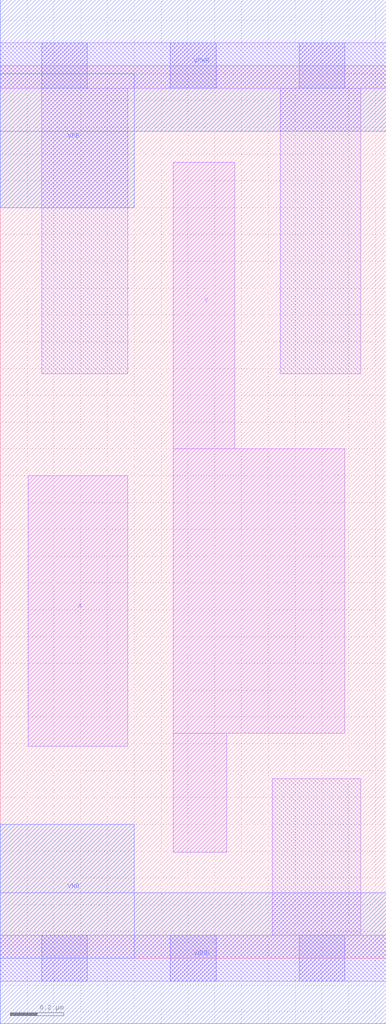
<source format=lef>
# Copyright 2020 The SkyWater PDK Authors
#
# Licensed under the Apache License, Version 2.0 (the "License");
# you may not use this file except in compliance with the License.
# You may obtain a copy of the License at
#
#     https://www.apache.org/licenses/LICENSE-2.0
#
# Unless required by applicable law or agreed to in writing, software
# distributed under the License is distributed on an "AS IS" BASIS,
# WITHOUT WARRANTIES OR CONDITIONS OF ANY KIND, either express or implied.
# See the License for the specific language governing permissions and
# limitations under the License.
#
# SPDX-License-Identifier: Apache-2.0

VERSION 5.5 ;
NAMESCASESENSITIVE ON ;
BUSBITCHARS "[]" ;
DIVIDERCHAR "/" ;
MACRO sky130_fd_sc_lp__clkinv_1
  CLASS CORE ;
  SOURCE USER ;
  ORIGIN  0.000000  0.000000 ;
  SIZE  1.440000 BY  3.330000 ;
  SYMMETRY X Y R90 ;
  SITE unit ;
  PIN A
    ANTENNAGATEAREA  0.315000 ;
    DIRECTION INPUT ;
    USE SIGNAL ;
    PORT
      LAYER li1 ;
        RECT 0.105000 0.790000 0.475000 1.800000 ;
    END
  END A
  PIN Y
    ANTENNADIFFAREA  0.346500 ;
    DIRECTION OUTPUT ;
    USE SIGNAL ;
    PORT
      LAYER li1 ;
        RECT 0.645000 0.395000 0.845000 0.840000 ;
        RECT 0.645000 0.840000 1.285000 1.900000 ;
        RECT 0.645000 1.900000 0.875000 2.970000 ;
    END
  END Y
  PIN VGND
    DIRECTION INOUT ;
    USE GROUND ;
    PORT
      LAYER met1 ;
        RECT 0.000000 -0.245000 1.440000 0.245000 ;
    END
  END VGND
  PIN VNB
    DIRECTION INOUT ;
    USE GROUND ;
    PORT
      LAYER met1 ;
        RECT 0.000000 0.000000 0.500000 0.500000 ;
    END
  END VNB
  PIN VPB
    DIRECTION INOUT ;
    USE POWER ;
    PORT
      LAYER met1 ;
        RECT 0.000000 2.800000 0.500000 3.300000 ;
    END
  END VPB
  PIN VPWR
    DIRECTION INOUT ;
    USE POWER ;
    PORT
      LAYER met1 ;
        RECT 0.000000 3.085000 1.440000 3.575000 ;
    END
  END VPWR
  OBS
    LAYER li1 ;
      RECT 0.000000 -0.085000 1.440000 0.085000 ;
      RECT 0.000000  3.245000 1.440000 3.415000 ;
      RECT 0.155000  2.180000 0.475000 3.245000 ;
      RECT 1.015000  0.085000 1.345000 0.670000 ;
      RECT 1.045000  2.180000 1.345000 3.245000 ;
    LAYER mcon ;
      RECT 0.155000 -0.085000 0.325000 0.085000 ;
      RECT 0.155000  3.245000 0.325000 3.415000 ;
      RECT 0.635000 -0.085000 0.805000 0.085000 ;
      RECT 0.635000  3.245000 0.805000 3.415000 ;
      RECT 1.115000 -0.085000 1.285000 0.085000 ;
      RECT 1.115000  3.245000 1.285000 3.415000 ;
  END
END sky130_fd_sc_lp__clkinv_1

</source>
